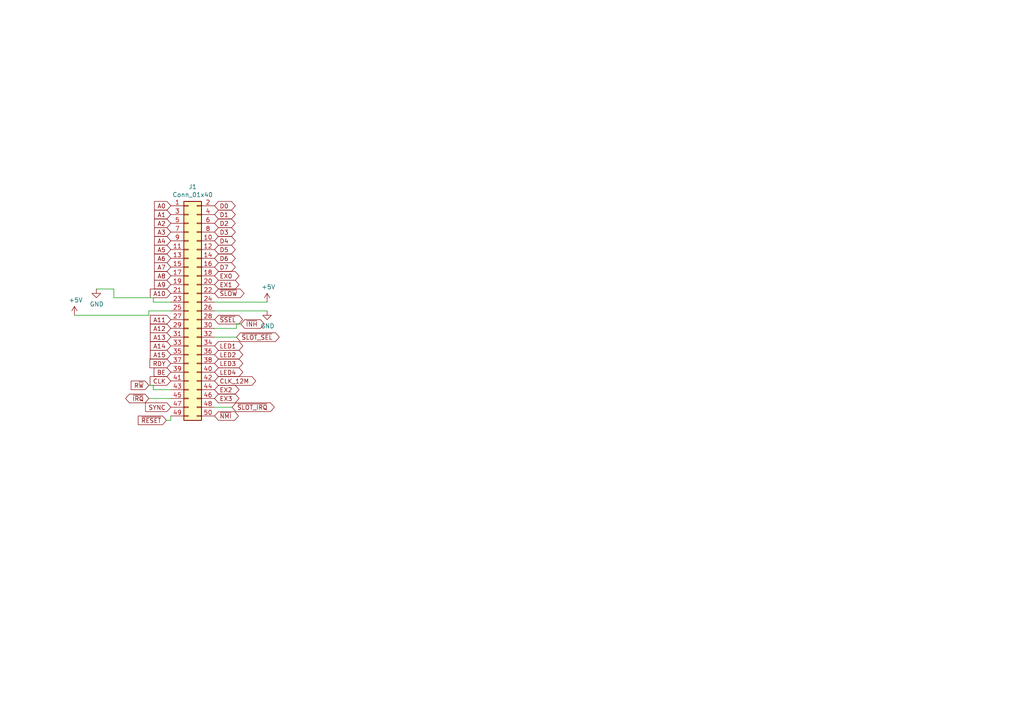
<source format=kicad_sch>
(kicad_sch (version 20211123) (generator eeschema)
  (paper "A4")
  (lib_symbols
    (symbol "Connector_Generic:Conn_02x25_Odd_Even" (pin_names (offset 1.016) hide)
      (property "Reference" "J" (at 1.27 33.02 0))
      (property "Value" "Conn_02x25_Odd_Even" (at 1.27 -33.02 0))
      (symbol "Conn_02x25_Odd_Even_1_1"
        (rectangle (start -1.27 -30.353) (end 0 -30.607) (stroke (width 0.1524)))
        (rectangle (start -1.27 -27.813) (end 0 -28.067) (stroke (width 0.1524)))
        (rectangle (start -1.27 -25.273) (end 0 -25.527) (stroke (width 0.1524)))
        (rectangle (start -1.27 -22.733) (end 0 -22.987) (stroke (width 0.1524)))
        (rectangle (start -1.27 -20.193) (end 0 -20.447) (stroke (width 0.1524)))
        (rectangle (start -1.27 -17.653) (end 0 -17.907) (stroke (width 0.1524)))
        (rectangle (start -1.27 -15.113) (end 0 -15.367) (stroke (width 0.1524)))
        (rectangle (start -1.27 -12.573) (end 0 -12.827) (stroke (width 0.1524)))
        (rectangle (start -1.27 -10.033) (end 0 -10.287) (stroke (width 0.1524)))
        (rectangle (start -1.27 -7.493) (end 0 -7.747) (stroke (width 0.1524)))
        (rectangle (start -1.27 -4.953) (end 0 -5.207) (stroke (width 0.1524)))
        (rectangle (start -1.27 -2.413) (end 0 -2.667) (stroke (width 0.1524)))
        (rectangle (start -1.27 0.127) (end 0 -0.127) (stroke (width 0.1524)))
        (rectangle (start -1.27 2.667) (end 0 2.413) (stroke (width 0.1524)))
        (rectangle (start -1.27 5.207) (end 0 4.953) (stroke (width 0.1524)))
        (rectangle (start -1.27 7.747) (end 0 7.493) (stroke (width 0.1524)))
        (rectangle (start -1.27 10.287) (end 0 10.033) (stroke (width 0.1524)))
        (rectangle (start -1.27 12.827) (end 0 12.573) (stroke (width 0.1524)))
        (rectangle (start -1.27 15.367) (end 0 15.113) (stroke (width 0.1524)))
        (rectangle (start -1.27 17.907) (end 0 17.653) (stroke (width 0.1524)))
        (rectangle (start -1.27 20.447) (end 0 20.193) (stroke (width 0.1524)))
        (rectangle (start -1.27 22.987) (end 0 22.733) (stroke (width 0.1524)))
        (rectangle (start -1.27 25.527) (end 0 25.273) (stroke (width 0.1524)))
        (rectangle (start -1.27 28.067) (end 0 27.813) (stroke (width 0.1524)))
        (rectangle (start -1.27 30.607) (end 0 30.353) (stroke (width 0.1524)))
        (rectangle (start -1.27 31.75) (end 3.81 -31.75) (stroke (width 0.254)) (fill (type background)))
        (rectangle (start 3.81 -30.353) (end 2.54 -30.607) (stroke (width 0.1524)))
        (rectangle (start 3.81 -27.813) (end 2.54 -28.067) (stroke (width 0.1524)))
        (rectangle (start 3.81 -25.273) (end 2.54 -25.527) (stroke (width 0.1524)))
        (rectangle (start 3.81 -22.733) (end 2.54 -22.987) (stroke (width 0.1524)))
        (rectangle (start 3.81 -20.193) (end 2.54 -20.447) (stroke (width 0.1524)))
        (rectangle (start 3.81 -17.653) (end 2.54 -17.907) (stroke (width 0.1524)))
        (rectangle (start 3.81 -15.113) (end 2.54 -15.367) (stroke (width 0.1524)))
        (rectangle (start 3.81 -12.573) (end 2.54 -12.827) (stroke (width 0.1524)))
        (rectangle (start 3.81 -10.033) (end 2.54 -10.287) (stroke (width 0.1524)))
        (rectangle (start 3.81 -7.493) (end 2.54 -7.747) (stroke (width 0.1524)))
        (rectangle (start 3.81 -4.953) (end 2.54 -5.207) (stroke (width 0.1524)))
        (rectangle (start 3.81 -2.413) (end 2.54 -2.667) (stroke (width 0.1524)))
        (rectangle (start 3.81 0.127) (end 2.54 -0.127) (stroke (width 0.1524)))
        (rectangle (start 3.81 2.667) (end 2.54 2.413) (stroke (width 0.1524)))
        (rectangle (start 3.81 5.207) (end 2.54 4.953) (stroke (width 0.1524)))
        (rectangle (start 3.81 7.747) (end 2.54 7.493) (stroke (width 0.1524)))
        (rectangle (start 3.81 10.287) (end 2.54 10.033) (stroke (width 0.1524)))
        (rectangle (start 3.81 12.827) (end 2.54 12.573) (stroke (width 0.1524)))
        (rectangle (start 3.81 15.367) (end 2.54 15.113) (stroke (width 0.1524)))
        (rectangle (start 3.81 17.907) (end 2.54 17.653) (stroke (width 0.1524)))
        (rectangle (start 3.81 20.447) (end 2.54 20.193) (stroke (width 0.1524)))
        (rectangle (start 3.81 22.987) (end 2.54 22.733) (stroke (width 0.1524)))
        (rectangle (start 3.81 25.527) (end 2.54 25.273) (stroke (width 0.1524)))
        (rectangle (start 3.81 28.067) (end 2.54 27.813) (stroke (width 0.1524)))
        (rectangle (start 3.81 30.607) (end 2.54 30.353) (stroke (width 0.1524)))
        (pin passive line (at -5.08 30.48 0) (length 3.81) (name "Pin_1") (number "1"))
        (pin passive line (at 7.62 20.32 180) (length 3.81) (name "Pin_10") (number "10"))
        (pin passive line (at -5.08 17.78 0) (length 3.81) (name "Pin_11") (number "11"))
        (pin passive line (at 7.62 17.78 180) (length 3.81) (name "Pin_12") (number "12"))
        (pin passive line (at -5.08 15.24 0) (length 3.81) (name "Pin_13") (number "13"))
        (pin passive line (at 7.62 15.24 180) (length 3.81) (name "Pin_14") (number "14"))
        (pin passive line (at -5.08 12.7 0) (length 3.81) (name "Pin_15") (number "15"))
        (pin passive line (at 7.62 12.7 180) (length 3.81) (name "Pin_16") (number "16"))
        (pin passive line (at -5.08 10.16 0) (length 3.81) (name "Pin_17") (number "17"))
        (pin passive line (at 7.62 10.16 180) (length 3.81) (name "Pin_18") (number "18"))
        (pin passive line (at -5.08 7.62 0) (length 3.81) (name "Pin_19") (number "19"))
        (pin passive line (at 7.62 30.48 180) (length 3.81) (name "Pin_2") (number "2"))
        (pin passive line (at 7.62 7.62 180) (length 3.81) (name "Pin_20") (number "20"))
        (pin passive line (at -5.08 5.08 0) (length 3.81) (name "Pin_21") (number "21"))
        (pin passive line (at 7.62 5.08 180) (length 3.81) (name "Pin_22") (number "22"))
        (pin passive line (at -5.08 2.54 0) (length 3.81) (name "Pin_23") (number "23"))
        (pin passive line (at 7.62 2.54 180) (length 3.81) (name "Pin_24") (number "24"))
        (pin passive line (at -5.08 0 0) (length 3.81) (name "Pin_25") (number "25"))
        (pin passive line (at 7.62 0 180) (length 3.81) (name "Pin_26") (number "26"))
        (pin passive line (at -5.08 -2.54 0) (length 3.81) (name "Pin_27") (number "27"))
        (pin passive line (at 7.62 -2.54 180) (length 3.81) (name "Pin_28") (number "28"))
        (pin passive line (at -5.08 -5.08 0) (length 3.81) (name "Pin_29") (number "29"))
        (pin passive line (at -5.08 27.94 0) (length 3.81) (name "Pin_3") (number "3"))
        (pin passive line (at 7.62 -5.08 180) (length 3.81) (name "Pin_30") (number "30"))
        (pin passive line (at -5.08 -7.62 0) (length 3.81) (name "Pin_31") (number "31"))
        (pin passive line (at 7.62 -7.62 180) (length 3.81) (name "Pin_32") (number "32"))
        (pin passive line (at -5.08 -10.16 0) (length 3.81) (name "Pin_33") (number "33"))
        (pin passive line (at 7.62 -10.16 180) (length 3.81) (name "Pin_34") (number "34"))
        (pin passive line (at -5.08 -12.7 0) (length 3.81) (name "Pin_35") (number "35"))
        (pin passive line (at 7.62 -12.7 180) (length 3.81) (name "Pin_36") (number "36"))
        (pin passive line (at -5.08 -15.24 0) (length 3.81) (name "Pin_37") (number "37"))
        (pin passive line (at 7.62 -15.24 180) (length 3.81) (name "Pin_38") (number "38"))
        (pin passive line (at -5.08 -17.78 0) (length 3.81) (name "Pin_39") (number "39"))
        (pin passive line (at 7.62 27.94 180) (length 3.81) (name "Pin_4") (number "4"))
        (pin passive line (at 7.62 -17.78 180) (length 3.81) (name "Pin_40") (number "40"))
        (pin passive line (at -5.08 -20.32 0) (length 3.81) (name "Pin_41") (number "41"))
        (pin passive line (at 7.62 -20.32 180) (length 3.81) (name "Pin_42") (number "42"))
        (pin passive line (at -5.08 -22.86 0) (length 3.81) (name "Pin_43") (number "43"))
        (pin passive line (at 7.62 -22.86 180) (length 3.81) (name "Pin_44") (number "44"))
        (pin passive line (at -5.08 -25.4 0) (length 3.81) (name "Pin_45") (number "45"))
        (pin passive line (at 7.62 -25.4 180) (length 3.81) (name "Pin_46") (number "46"))
        (pin passive line (at -5.08 -27.94 0) (length 3.81) (name "Pin_47") (number "47"))
        (pin passive line (at 7.62 -27.94 180) (length 3.81) (name "Pin_48") (number "48"))
        (pin passive line (at -5.08 -30.48 0) (length 3.81) (name "Pin_49") (number "49"))
        (pin passive line (at -5.08 25.4 0) (length 3.81) (name "Pin_5") (number "5"))
        (pin passive line (at 7.62 -30.48 180) (length 3.81) (name "Pin_50") (number "50"))
        (pin passive line (at 7.62 25.4 180) (length 3.81) (name "Pin_6") (number "6"))
        (pin passive line (at -5.08 22.86 0) (length 3.81) (name "Pin_7") (number "7"))
        (pin passive line (at 7.62 22.86 180) (length 3.81) (name "Pin_8") (number "8"))
        (pin passive line (at -5.08 20.32 0) (length 3.81) (name "Pin_9") (number "9"))
      )
    )
    (symbol "power:+5V" (power) (pin_names (offset 0))
      (property "Value" "+5V" (at 0 3.556 0))
      (symbol "+5V_0_1"
        (polyline (pts (xy -0.762 1.27) (xy 0 2.54)))
        (polyline (pts (xy 0 0) (xy 0 2.54)))
        (polyline (pts (xy 0 2.54) (xy 0.762 1.27)))
      )
      (symbol "+5V_1_1"
        (pin power_in line (at 0 0 90) (length 0) hide (name "+5V") (number "1"))
      )
    )
    (symbol "power:GND" (power) (pin_names (offset 0))
      (property "Value" "GND" (at 0 -3.81 0))
      (symbol "GND_0_1"
        (polyline (pts (xy 0 0) (xy 0 -1.27) (xy 1.27 -1.27) (xy 0 -2.54) (xy -1.27 -1.27) (xy 0 -1.27)))
      )
      (symbol "GND_1_1"
        (pin power_in line (at 0 0 270) (length 0) hide (name "GND") (number "1"))
      )
    )
  )
  (wire (pts (xy 44.45 113.03) (xy 49.53 113.03)))
  (wire (pts (xy 43.18 115.57) (xy 49.53 115.57)))
  (wire (pts (xy 49.53 90.17) (xy 43.18 90.17)))
  (wire (pts (xy 68.58 95.25) (xy 62.23 95.25)))
  (wire (pts (xy 44.45 87.63) (xy 44.45 86.36)))
  (wire (pts (xy 67.31 118.11) (xy 62.23 118.11)))
  (wire (pts (xy 69.85 93.98) (xy 68.58 93.98)))
  (wire (pts (xy 68.58 97.79) (xy 62.23 97.79)))
  (wire (pts (xy 48.26 121.92) (xy 49.53 121.92)))
  (wire (pts (xy 33.02 86.36) (xy 44.45 86.36)))
  (wire (pts (xy 43.18 111.76) (xy 44.45 111.76)))
  (wire (pts (xy 49.53 121.92) (xy 49.53 120.65)))
  (wire (pts (xy 44.45 111.76) (xy 44.45 113.03)))
  (wire (pts (xy 33.02 86.36) (xy 33.02 83.82)))
  (wire (pts (xy 44.45 87.63) (xy 49.53 87.63)))
  (wire (pts (xy 43.18 91.44) (xy 43.18 90.17)))
  (wire (pts (xy 62.23 87.63) (xy 77.47 87.63)))
  (wire (pts (xy 33.02 83.82) (xy 27.94 83.82)))
  (wire (pts (xy 68.58 93.98) (xy 68.58 95.25)))
  (wire (pts (xy 62.23 90.17) (xy 77.47 90.17)))
  (wire (pts (xy 21.59 91.44) (xy 43.18 91.44)))
  (global_label "A7" (shape input) (at 49.53 77.47 180) (property "Intersheet References" "${INTERSHEET_REFS}" (effects hide)))
  (global_label "~{SSEL}" (shape bidirectional) (at 62.23 92.71 0) (property "Intersheet References" "${INTERSHEET_REFS}" (effects hide)))
  (global_label "CLK_12M" (shape bidirectional) (at 62.23 110.49 0) (property "Intersheet References" "${INTERSHEET_REFS}" (effects hide)))
  (global_label "A13" (shape input) (at 49.53 97.79 180) (property "Intersheet References" "${INTERSHEET_REFS}" (effects hide)))
  (global_label "EX3" (shape bidirectional) (at 62.23 115.57 0) (property "Intersheet References" "${INTERSHEET_REFS}" (effects hide)))
  (global_label "A0" (shape input) (at 49.53 59.69 180) (property "Intersheet References" "${INTERSHEET_REFS}" (effects hide)))
  (global_label "D1" (shape bidirectional) (at 62.23 62.23 0) (property "Intersheet References" "${INTERSHEET_REFS}" (effects hide)))
  (global_label "A4" (shape input) (at 49.53 69.85 180) (property "Intersheet References" "${INTERSHEET_REFS}" (effects hide)))
  (global_label "D2" (shape bidirectional) (at 62.23 64.77 0) (property "Intersheet References" "${INTERSHEET_REFS}" (effects hide)))
  (global_label "~{SLOT_SEL}" (shape bidirectional) (at 68.58 97.79 0) (property "Intersheet References" "${INTERSHEET_REFS}" (effects hide)))
  (global_label "EX2" (shape bidirectional) (at 62.23 113.03 0) (property "Intersheet References" "${INTERSHEET_REFS}" (effects hide)))
  (global_label "R~{W}" (shape input) (at 43.18 111.76 180) (property "Intersheet References" "${INTERSHEET_REFS}" (effects hide)))
  (global_label "LED1" (shape bidirectional) (at 62.23 100.33 0) (property "Intersheet References" "${INTERSHEET_REFS}" (effects hide)))
  (global_label "LED3" (shape bidirectional) (at 62.23 105.41 0) (property "Intersheet References" "${INTERSHEET_REFS}" (effects hide)))
  (global_label "A14" (shape input) (at 49.53 100.33 180) (property "Intersheet References" "${INTERSHEET_REFS}" (effects hide)))
  (global_label "EX1" (shape bidirectional) (at 62.23 82.55 0) (property "Intersheet References" "${INTERSHEET_REFS}" (effects hide)))
  (global_label "~{IRQ}" (shape bidirectional) (at 43.18 115.57 180) (property "Intersheet References" "${INTERSHEET_REFS}" (effects hide)))
  (global_label "A3" (shape input) (at 49.53 67.31 180) (property "Intersheet References" "${INTERSHEET_REFS}" (effects hide)))
  (global_label "D5" (shape bidirectional) (at 62.23 72.39 0) (property "Intersheet References" "${INTERSHEET_REFS}" (effects hide)))
  (global_label "A2" (shape input) (at 49.53 64.77 180) (property "Intersheet References" "${INTERSHEET_REFS}" (effects hide)))
  (global_label "A5" (shape input) (at 49.53 72.39 180) (property "Intersheet References" "${INTERSHEET_REFS}" (effects hide)))
  (global_label "A15" (shape input) (at 49.53 102.87 180) (property "Intersheet References" "${INTERSHEET_REFS}" (effects hide)))
  (global_label "SYNC" (shape input) (at 49.53 118.11 180) (property "Intersheet References" "${INTERSHEET_REFS}" (effects hide)))
  (global_label "CLK" (shape input) (at 49.53 110.49 180) (property "Intersheet References" "${INTERSHEET_REFS}" (effects hide)))
  (global_label "~{RESET}" (shape input) (at 48.26 121.92 180) (property "Intersheet References" "${INTERSHEET_REFS}" (effects hide)))
  (global_label "D7" (shape bidirectional) (at 62.23 77.47 0) (property "Intersheet References" "${INTERSHEET_REFS}" (effects hide)))
  (global_label "RDY" (shape input) (at 49.53 105.41 180) (property "Intersheet References" "${INTERSHEET_REFS}" (effects hide)))
  (global_label "~{NMI}" (shape bidirectional) (at 62.23 120.65 0) (property "Intersheet References" "${INTERSHEET_REFS}" (effects hide)))
  (global_label "A9" (shape input) (at 49.53 82.55 180) (property "Intersheet References" "${INTERSHEET_REFS}" (effects hide)))
  (global_label "D0" (shape bidirectional) (at 62.23 59.69 0) (property "Intersheet References" "${INTERSHEET_REFS}" (effects hide)))
  (global_label "~{SLOW}" (shape bidirectional) (at 62.23 85.09 0) (property "Intersheet References" "${INTERSHEET_REFS}" (effects hide)))
  (global_label "A6" (shape input) (at 49.53 74.93 180) (property "Intersheet References" "${INTERSHEET_REFS}" (effects hide)))
  (global_label "D3" (shape bidirectional) (at 62.23 67.31 0) (property "Intersheet References" "${INTERSHEET_REFS}" (effects hide)))
  (global_label "A10" (shape input) (at 49.53 85.09 180) (property "Intersheet References" "${INTERSHEET_REFS}" (effects hide)))
  (global_label "~{SLOT_IRQ}" (shape bidirectional) (at 67.31 118.11 0) (property "Intersheet References" "${INTERSHEET_REFS}" (effects hide)))
  (global_label "LED2" (shape bidirectional) (at 62.23 102.87 0) (property "Intersheet References" "${INTERSHEET_REFS}" (effects hide)))
  (global_label "D4" (shape bidirectional) (at 62.23 69.85 0) (property "Intersheet References" "${INTERSHEET_REFS}" (effects hide)))
  (global_label "EX0" (shape bidirectional) (at 62.23 80.01 0) (property "Intersheet References" "${INTERSHEET_REFS}" (effects hide)))
  (global_label "A1" (shape input) (at 49.53 62.23 180) (property "Intersheet References" "${INTERSHEET_REFS}" (effects hide)))
  (global_label "A12" (shape input) (at 49.53 95.25 180) (property "Intersheet References" "${INTERSHEET_REFS}" (effects hide)))
  (global_label "~{INH}" (shape bidirectional) (at 69.85 93.98 0) (property "Intersheet References" "${INTERSHEET_REFS}" (effects hide)))
  (global_label "LED4" (shape bidirectional) (at 62.23 107.95 0) (property "Intersheet References" "${INTERSHEET_REFS}" (effects hide)))
  (global_label "BE" (shape input) (at 49.53 107.95 180) (property "Intersheet References" "${INTERSHEET_REFS}" (effects hide)))
  (global_label "A11" (shape input) (at 49.53 92.71 180) (property "Intersheet References" "${INTERSHEET_REFS}" (effects hide)))
  (global_label "A8" (shape input) (at 49.53 80.01 180) (property "Intersheet References" "${INTERSHEET_REFS}" (effects hide)))
  (global_label "D6" (shape bidirectional) (at 62.23 74.93 0) (property "Intersheet References" "${INTERSHEET_REFS}" (effects hide)))
  (symbol (lib_id "Connector_Generic:Conn_02x25_Odd_Even") (at 54.61 90.17 0) (unit 1)
    (property "Reference" "J1" (at 55.88 54.1782 0))
    (property "Value" "Conn_01x40" (at 55.88 56.4896 0))
    (property "Footprint" "Connector_PinHeader_2.54mm:PinHeader_2x25_P2.54mm_Horizontal" (effects hide))
  )
  (symbol (lib_id "power:+5V") (at 77.47 87.63 0) (unit 1)
    (property "Reference" "#PWR0101" (effects hide))
    (property "Value" "+5V" (at 77.851 83.2358 0))
  )
  (symbol (lib_id "power:+5V") (at 21.59 91.44 0) (unit 1)
    (property "Reference" "#PWR0102" (effects hide))
    (property "Value" "+5V" (at 21.971 87.0458 0))
  )
  (symbol (lib_id "power:GND") (at 77.47 90.17 0) (unit 1)
    (property "Reference" "#PWR0103" (effects hide))
    (property "Value" "GND" (at 77.597 94.5642 0))
  )
  (symbol (lib_id "power:GND") (at 27.94 83.82 0) (unit 1)
    (property "Reference" "#PWR0104" (effects hide))
    (property "Value" "GND" (at 28.067 88.2142 0))
  )
)
</source>
